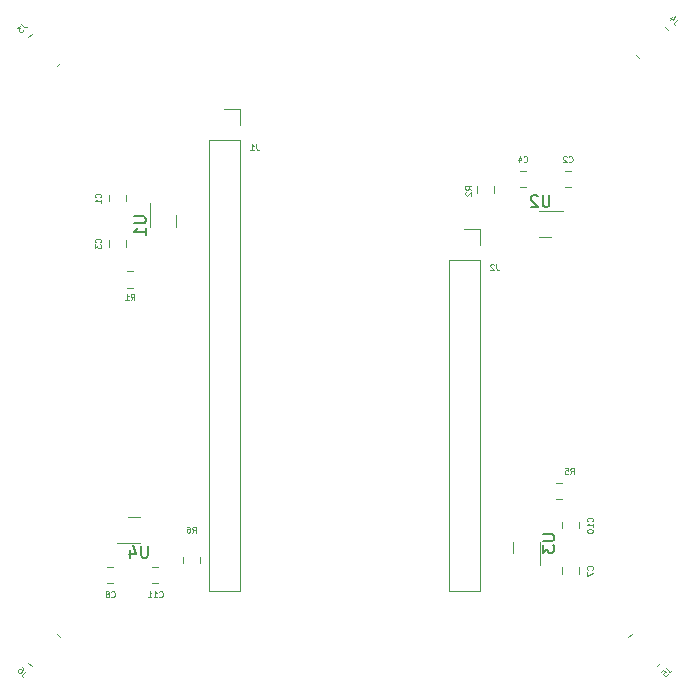
<source format=gbr>
G04 #@! TF.GenerationSoftware,KiCad,Pcbnew,(5.1.5)-3*
G04 #@! TF.CreationDate,2019-12-26T08:27:47-08:00*
G04 #@! TF.ProjectId,featherwing_copter,66656174-6865-4727-9769-6e675f636f70,rev?*
G04 #@! TF.SameCoordinates,Original*
G04 #@! TF.FileFunction,Legend,Bot*
G04 #@! TF.FilePolarity,Positive*
%FSLAX46Y46*%
G04 Gerber Fmt 4.6, Leading zero omitted, Abs format (unit mm)*
G04 Created by KiCad (PCBNEW (5.1.5)-3) date 2019-12-26 08:27:47*
%MOMM*%
%LPD*%
G04 APERTURE LIST*
%ADD10C,0.120000*%
%ADD11C,0.150000*%
%ADD12C,0.076200*%
G04 APERTURE END LIST*
D10*
X133120000Y-92560000D02*
X135120000Y-92560000D01*
X135120000Y-90320000D02*
X134120000Y-90320000D01*
X168955000Y-94425000D02*
X168955000Y-92425000D01*
X166715000Y-92425000D02*
X166715000Y-93425000D01*
X170879000Y-64412000D02*
X168879000Y-64412000D01*
X168879000Y-66652000D02*
X169879000Y-66652000D01*
X135913000Y-63778000D02*
X135913000Y-65778000D01*
X138153000Y-65778000D02*
X138153000Y-64778000D01*
X140156000Y-93709748D02*
X140156000Y-94232252D01*
X138736000Y-93709748D02*
X138736000Y-94232252D01*
X170308748Y-87428000D02*
X170831252Y-87428000D01*
X170308748Y-88848000D02*
X170831252Y-88848000D01*
X163628000Y-62881252D02*
X163628000Y-62358748D01*
X165048000Y-62881252D02*
X165048000Y-62358748D01*
X134509252Y-70941000D02*
X133986748Y-70941000D01*
X134509252Y-69521000D02*
X133986748Y-69521000D01*
X128079764Y-100261459D02*
X128338541Y-100520236D01*
X125661459Y-102679764D02*
X125920236Y-102938541D01*
X176461459Y-100520236D02*
X176720236Y-100261459D01*
X178879764Y-102938541D02*
X179138541Y-102679764D01*
X177355236Y-51503541D02*
X177096459Y-51244764D01*
X179773541Y-49085236D02*
X179514764Y-48826459D01*
X128338541Y-51879764D02*
X128079764Y-52138541D01*
X125920236Y-49461459D02*
X125661459Y-49720236D01*
X136145748Y-94540000D02*
X136668252Y-94540000D01*
X136145748Y-95960000D02*
X136668252Y-95960000D01*
X170867000Y-91311252D02*
X170867000Y-90788748D01*
X172287000Y-91311252D02*
X172287000Y-90788748D01*
X132326748Y-94540000D02*
X132849252Y-94540000D01*
X132326748Y-95960000D02*
X132849252Y-95960000D01*
X170867000Y-95139252D02*
X170867000Y-94616748D01*
X172287000Y-95139252D02*
X172287000Y-94616748D01*
X167765252Y-62432000D02*
X167242748Y-62432000D01*
X167765252Y-61012000D02*
X167242748Y-61012000D01*
X133933000Y-66921748D02*
X133933000Y-67444252D01*
X132513000Y-66921748D02*
X132513000Y-67444252D01*
X171593252Y-62432000D02*
X171070748Y-62432000D01*
X171593252Y-61012000D02*
X171070748Y-61012000D01*
X133933000Y-63102748D02*
X133933000Y-63625252D01*
X132513000Y-63102748D02*
X132513000Y-63625252D01*
X163890000Y-65980000D02*
X162560000Y-65980000D01*
X163890000Y-67310000D02*
X163890000Y-65980000D01*
X163890000Y-68580000D02*
X161230000Y-68580000D01*
X161230000Y-68580000D02*
X161230000Y-96580000D01*
X163890000Y-68580000D02*
X163890000Y-96580000D01*
X163890000Y-96580000D02*
X161230000Y-96580000D01*
X143570000Y-55820000D02*
X142240000Y-55820000D01*
X143570000Y-57150000D02*
X143570000Y-55820000D01*
X143570000Y-58420000D02*
X140910000Y-58420000D01*
X140910000Y-58420000D02*
X140910000Y-96580000D01*
X143570000Y-58420000D02*
X143570000Y-96580000D01*
X143570000Y-96580000D02*
X140910000Y-96580000D01*
D11*
X135761904Y-92792380D02*
X135761904Y-93601904D01*
X135714285Y-93697142D01*
X135666666Y-93744761D01*
X135571428Y-93792380D01*
X135380952Y-93792380D01*
X135285714Y-93744761D01*
X135238095Y-93697142D01*
X135190476Y-93601904D01*
X135190476Y-92792380D01*
X134285714Y-93125714D02*
X134285714Y-93792380D01*
X134523809Y-92744761D02*
X134761904Y-93459047D01*
X134142857Y-93459047D01*
X169187380Y-91783095D02*
X169996904Y-91783095D01*
X170092142Y-91830714D01*
X170139761Y-91878333D01*
X170187380Y-91973571D01*
X170187380Y-92164047D01*
X170139761Y-92259285D01*
X170092142Y-92306904D01*
X169996904Y-92354523D01*
X169187380Y-92354523D01*
X169187380Y-92735476D02*
X169187380Y-93354523D01*
X169568333Y-93021190D01*
X169568333Y-93164047D01*
X169615952Y-93259285D01*
X169663571Y-93306904D01*
X169758809Y-93354523D01*
X169996904Y-93354523D01*
X170092142Y-93306904D01*
X170139761Y-93259285D01*
X170187380Y-93164047D01*
X170187380Y-92878333D01*
X170139761Y-92783095D01*
X170092142Y-92735476D01*
X169760904Y-63084380D02*
X169760904Y-63893904D01*
X169713285Y-63989142D01*
X169665666Y-64036761D01*
X169570428Y-64084380D01*
X169379952Y-64084380D01*
X169284714Y-64036761D01*
X169237095Y-63989142D01*
X169189476Y-63893904D01*
X169189476Y-63084380D01*
X168760904Y-63179619D02*
X168713285Y-63132000D01*
X168618047Y-63084380D01*
X168379952Y-63084380D01*
X168284714Y-63132000D01*
X168237095Y-63179619D01*
X168189476Y-63274857D01*
X168189476Y-63370095D01*
X168237095Y-63512952D01*
X168808523Y-64084380D01*
X168189476Y-64084380D01*
X134585380Y-64896095D02*
X135394904Y-64896095D01*
X135490142Y-64943714D01*
X135537761Y-64991333D01*
X135585380Y-65086571D01*
X135585380Y-65277047D01*
X135537761Y-65372285D01*
X135490142Y-65419904D01*
X135394904Y-65467523D01*
X134585380Y-65467523D01*
X135585380Y-66467523D02*
X135585380Y-65896095D01*
X135585380Y-66181809D02*
X134585380Y-66181809D01*
X134728238Y-66086571D01*
X134823476Y-65991333D01*
X134871095Y-65896095D01*
D12*
X139530666Y-91669809D02*
X139700000Y-91427904D01*
X139820952Y-91669809D02*
X139820952Y-91161809D01*
X139627428Y-91161809D01*
X139579047Y-91186000D01*
X139554857Y-91210190D01*
X139530666Y-91258571D01*
X139530666Y-91331142D01*
X139554857Y-91379523D01*
X139579047Y-91403714D01*
X139627428Y-91427904D01*
X139820952Y-91427904D01*
X139095238Y-91161809D02*
X139192000Y-91161809D01*
X139240380Y-91186000D01*
X139264571Y-91210190D01*
X139312952Y-91282761D01*
X139337142Y-91379523D01*
X139337142Y-91573047D01*
X139312952Y-91621428D01*
X139288761Y-91645619D01*
X139240380Y-91669809D01*
X139143619Y-91669809D01*
X139095238Y-91645619D01*
X139071047Y-91621428D01*
X139046857Y-91573047D01*
X139046857Y-91452095D01*
X139071047Y-91403714D01*
X139095238Y-91379523D01*
X139143619Y-91355333D01*
X139240380Y-91355333D01*
X139288761Y-91379523D01*
X139312952Y-91403714D01*
X139337142Y-91452095D01*
X171534666Y-86716809D02*
X171704000Y-86474904D01*
X171824952Y-86716809D02*
X171824952Y-86208809D01*
X171631428Y-86208809D01*
X171583047Y-86233000D01*
X171558857Y-86257190D01*
X171534666Y-86305571D01*
X171534666Y-86378142D01*
X171558857Y-86426523D01*
X171583047Y-86450714D01*
X171631428Y-86474904D01*
X171824952Y-86474904D01*
X171075047Y-86208809D02*
X171316952Y-86208809D01*
X171341142Y-86450714D01*
X171316952Y-86426523D01*
X171268571Y-86402333D01*
X171147619Y-86402333D01*
X171099238Y-86426523D01*
X171075047Y-86450714D01*
X171050857Y-86499095D01*
X171050857Y-86620047D01*
X171075047Y-86668428D01*
X171099238Y-86692619D01*
X171147619Y-86716809D01*
X171268571Y-86716809D01*
X171316952Y-86692619D01*
X171341142Y-86668428D01*
X163170809Y-62653333D02*
X162928904Y-62484000D01*
X163170809Y-62363047D02*
X162662809Y-62363047D01*
X162662809Y-62556571D01*
X162687000Y-62604952D01*
X162711190Y-62629142D01*
X162759571Y-62653333D01*
X162832142Y-62653333D01*
X162880523Y-62629142D01*
X162904714Y-62604952D01*
X162928904Y-62556571D01*
X162928904Y-62363047D01*
X162711190Y-62846857D02*
X162687000Y-62871047D01*
X162662809Y-62919428D01*
X162662809Y-63040380D01*
X162687000Y-63088761D01*
X162711190Y-63112952D01*
X162759571Y-63137142D01*
X162807952Y-63137142D01*
X162880523Y-63112952D01*
X163170809Y-62822666D01*
X163170809Y-63137142D01*
X134332666Y-71984809D02*
X134502000Y-71742904D01*
X134622952Y-71984809D02*
X134622952Y-71476809D01*
X134429428Y-71476809D01*
X134381047Y-71501000D01*
X134356857Y-71525190D01*
X134332666Y-71573571D01*
X134332666Y-71646142D01*
X134356857Y-71694523D01*
X134381047Y-71718714D01*
X134429428Y-71742904D01*
X134622952Y-71742904D01*
X133848857Y-71984809D02*
X134139142Y-71984809D01*
X133994000Y-71984809D02*
X133994000Y-71476809D01*
X134042380Y-71549380D01*
X134090761Y-71597761D01*
X134139142Y-71621952D01*
X125442614Y-103396859D02*
X125186035Y-103653438D01*
X125151824Y-103721859D01*
X125151824Y-103790280D01*
X125186035Y-103858701D01*
X125220245Y-103892911D01*
X125117614Y-103071859D02*
X125186035Y-103140280D01*
X125203140Y-103191596D01*
X125203140Y-103225806D01*
X125186035Y-103311333D01*
X125134719Y-103396859D01*
X124997877Y-103533701D01*
X124946561Y-103550806D01*
X124912351Y-103550806D01*
X124861035Y-103533701D01*
X124792614Y-103465280D01*
X124775509Y-103413964D01*
X124775509Y-103379754D01*
X124792614Y-103328438D01*
X124878140Y-103242912D01*
X124929456Y-103225806D01*
X124963667Y-103225806D01*
X125014982Y-103242912D01*
X125083403Y-103311333D01*
X125100509Y-103362648D01*
X125100509Y-103396859D01*
X125083403Y-103448175D01*
X179596859Y-103157385D02*
X179853438Y-103413964D01*
X179921859Y-103448175D01*
X179990280Y-103448175D01*
X180058701Y-103413964D01*
X180092911Y-103379754D01*
X179254754Y-103499490D02*
X179425806Y-103328438D01*
X179613964Y-103482385D01*
X179579754Y-103482385D01*
X179528438Y-103499490D01*
X179442912Y-103585017D01*
X179425806Y-103636332D01*
X179425806Y-103670543D01*
X179442912Y-103721859D01*
X179528438Y-103807385D01*
X179579754Y-103824490D01*
X179613964Y-103824490D01*
X179665280Y-103807385D01*
X179750806Y-103721859D01*
X179767911Y-103670543D01*
X179767911Y-103636332D01*
X180625280Y-48214193D02*
X180368701Y-48470772D01*
X180334490Y-48539193D01*
X180334490Y-48607614D01*
X180368701Y-48676035D01*
X180402911Y-48710245D01*
X180180543Y-48008930D02*
X179941070Y-48248403D01*
X180402911Y-47957614D02*
X180231859Y-48299719D01*
X180009491Y-48077351D01*
X125049193Y-48609719D02*
X125305772Y-48866298D01*
X125374193Y-48900509D01*
X125442614Y-48900509D01*
X125511035Y-48866298D01*
X125545245Y-48832088D01*
X124912351Y-48746561D02*
X124689983Y-48968930D01*
X124946561Y-48986035D01*
X124895246Y-49037351D01*
X124878140Y-49088666D01*
X124878140Y-49122877D01*
X124895246Y-49174193D01*
X124980772Y-49259719D01*
X125032088Y-49276824D01*
X125066298Y-49276824D01*
X125117614Y-49259719D01*
X125220245Y-49157087D01*
X125237351Y-49105772D01*
X125237351Y-49071561D01*
X136733571Y-97081428D02*
X136757761Y-97105619D01*
X136830333Y-97129809D01*
X136878714Y-97129809D01*
X136951285Y-97105619D01*
X136999666Y-97057238D01*
X137023857Y-97008857D01*
X137048047Y-96912095D01*
X137048047Y-96839523D01*
X137023857Y-96742761D01*
X136999666Y-96694380D01*
X136951285Y-96646000D01*
X136878714Y-96621809D01*
X136830333Y-96621809D01*
X136757761Y-96646000D01*
X136733571Y-96670190D01*
X136249761Y-97129809D02*
X136540047Y-97129809D01*
X136394904Y-97129809D02*
X136394904Y-96621809D01*
X136443285Y-96694380D01*
X136491666Y-96742761D01*
X136540047Y-96766952D01*
X135765952Y-97129809D02*
X136056238Y-97129809D01*
X135911095Y-97129809D02*
X135911095Y-96621809D01*
X135959476Y-96694380D01*
X136007857Y-96742761D01*
X136056238Y-96766952D01*
X173408428Y-90723428D02*
X173432619Y-90699238D01*
X173456809Y-90626666D01*
X173456809Y-90578285D01*
X173432619Y-90505714D01*
X173384238Y-90457333D01*
X173335857Y-90433142D01*
X173239095Y-90408952D01*
X173166523Y-90408952D01*
X173069761Y-90433142D01*
X173021380Y-90457333D01*
X172973000Y-90505714D01*
X172948809Y-90578285D01*
X172948809Y-90626666D01*
X172973000Y-90699238D01*
X172997190Y-90723428D01*
X173456809Y-91207238D02*
X173456809Y-90916952D01*
X173456809Y-91062095D02*
X172948809Y-91062095D01*
X173021380Y-91013714D01*
X173069761Y-90965333D01*
X173093952Y-90916952D01*
X172948809Y-91521714D02*
X172948809Y-91570095D01*
X172973000Y-91618476D01*
X172997190Y-91642666D01*
X173045571Y-91666857D01*
X173142333Y-91691047D01*
X173263285Y-91691047D01*
X173360047Y-91666857D01*
X173408428Y-91642666D01*
X173432619Y-91618476D01*
X173456809Y-91570095D01*
X173456809Y-91521714D01*
X173432619Y-91473333D01*
X173408428Y-91449142D01*
X173360047Y-91424952D01*
X173263285Y-91400761D01*
X173142333Y-91400761D01*
X173045571Y-91424952D01*
X172997190Y-91449142D01*
X172973000Y-91473333D01*
X172948809Y-91521714D01*
X132672666Y-97081428D02*
X132696857Y-97105619D01*
X132769428Y-97129809D01*
X132817809Y-97129809D01*
X132890380Y-97105619D01*
X132938761Y-97057238D01*
X132962952Y-97008857D01*
X132987142Y-96912095D01*
X132987142Y-96839523D01*
X132962952Y-96742761D01*
X132938761Y-96694380D01*
X132890380Y-96646000D01*
X132817809Y-96621809D01*
X132769428Y-96621809D01*
X132696857Y-96646000D01*
X132672666Y-96670190D01*
X132382380Y-96839523D02*
X132430761Y-96815333D01*
X132454952Y-96791142D01*
X132479142Y-96742761D01*
X132479142Y-96718571D01*
X132454952Y-96670190D01*
X132430761Y-96646000D01*
X132382380Y-96621809D01*
X132285619Y-96621809D01*
X132237238Y-96646000D01*
X132213047Y-96670190D01*
X132188857Y-96718571D01*
X132188857Y-96742761D01*
X132213047Y-96791142D01*
X132237238Y-96815333D01*
X132285619Y-96839523D01*
X132382380Y-96839523D01*
X132430761Y-96863714D01*
X132454952Y-96887904D01*
X132479142Y-96936285D01*
X132479142Y-97033047D01*
X132454952Y-97081428D01*
X132430761Y-97105619D01*
X132382380Y-97129809D01*
X132285619Y-97129809D01*
X132237238Y-97105619D01*
X132213047Y-97081428D01*
X132188857Y-97033047D01*
X132188857Y-96936285D01*
X132213047Y-96887904D01*
X132237238Y-96863714D01*
X132285619Y-96839523D01*
X173408428Y-94793333D02*
X173432619Y-94769142D01*
X173456809Y-94696571D01*
X173456809Y-94648190D01*
X173432619Y-94575619D01*
X173384238Y-94527238D01*
X173335857Y-94503047D01*
X173239095Y-94478857D01*
X173166523Y-94478857D01*
X173069761Y-94503047D01*
X173021380Y-94527238D01*
X172973000Y-94575619D01*
X172948809Y-94648190D01*
X172948809Y-94696571D01*
X172973000Y-94769142D01*
X172997190Y-94793333D01*
X172948809Y-94962666D02*
X172948809Y-95301333D01*
X173456809Y-95083619D01*
X167588666Y-60253428D02*
X167612857Y-60277619D01*
X167685428Y-60301809D01*
X167733809Y-60301809D01*
X167806380Y-60277619D01*
X167854761Y-60229238D01*
X167878952Y-60180857D01*
X167903142Y-60084095D01*
X167903142Y-60011523D01*
X167878952Y-59914761D01*
X167854761Y-59866380D01*
X167806380Y-59818000D01*
X167733809Y-59793809D01*
X167685428Y-59793809D01*
X167612857Y-59818000D01*
X167588666Y-59842190D01*
X167153238Y-59963142D02*
X167153238Y-60301809D01*
X167274190Y-59769619D02*
X167395142Y-60132476D01*
X167080666Y-60132476D01*
X131754428Y-67098333D02*
X131778619Y-67074142D01*
X131802809Y-67001571D01*
X131802809Y-66953190D01*
X131778619Y-66880619D01*
X131730238Y-66832238D01*
X131681857Y-66808047D01*
X131585095Y-66783857D01*
X131512523Y-66783857D01*
X131415761Y-66808047D01*
X131367380Y-66832238D01*
X131319000Y-66880619D01*
X131294809Y-66953190D01*
X131294809Y-67001571D01*
X131319000Y-67074142D01*
X131343190Y-67098333D01*
X131294809Y-67267666D02*
X131294809Y-67582142D01*
X131488333Y-67412809D01*
X131488333Y-67485380D01*
X131512523Y-67533761D01*
X131536714Y-67557952D01*
X131585095Y-67582142D01*
X131706047Y-67582142D01*
X131754428Y-67557952D01*
X131778619Y-67533761D01*
X131802809Y-67485380D01*
X131802809Y-67340238D01*
X131778619Y-67291857D01*
X131754428Y-67267666D01*
X171416666Y-60253428D02*
X171440857Y-60277619D01*
X171513428Y-60301809D01*
X171561809Y-60301809D01*
X171634380Y-60277619D01*
X171682761Y-60229238D01*
X171706952Y-60180857D01*
X171731142Y-60084095D01*
X171731142Y-60011523D01*
X171706952Y-59914761D01*
X171682761Y-59866380D01*
X171634380Y-59818000D01*
X171561809Y-59793809D01*
X171513428Y-59793809D01*
X171440857Y-59818000D01*
X171416666Y-59842190D01*
X171223142Y-59842190D02*
X171198952Y-59818000D01*
X171150571Y-59793809D01*
X171029619Y-59793809D01*
X170981238Y-59818000D01*
X170957047Y-59842190D01*
X170932857Y-59890571D01*
X170932857Y-59938952D01*
X170957047Y-60011523D01*
X171247333Y-60301809D01*
X170932857Y-60301809D01*
X131754428Y-63279333D02*
X131778619Y-63255142D01*
X131802809Y-63182571D01*
X131802809Y-63134190D01*
X131778619Y-63061619D01*
X131730238Y-63013238D01*
X131681857Y-62989047D01*
X131585095Y-62964857D01*
X131512523Y-62964857D01*
X131415761Y-62989047D01*
X131367380Y-63013238D01*
X131319000Y-63061619D01*
X131294809Y-63134190D01*
X131294809Y-63182571D01*
X131319000Y-63255142D01*
X131343190Y-63279333D01*
X131802809Y-63763142D02*
X131802809Y-63472857D01*
X131802809Y-63618000D02*
X131294809Y-63618000D01*
X131367380Y-63569619D01*
X131415761Y-63521238D01*
X131439952Y-63472857D01*
X165269333Y-68936809D02*
X165269333Y-69299666D01*
X165293523Y-69372238D01*
X165341904Y-69420619D01*
X165414476Y-69444809D01*
X165462857Y-69444809D01*
X165051619Y-68985190D02*
X165027428Y-68961000D01*
X164979047Y-68936809D01*
X164858095Y-68936809D01*
X164809714Y-68961000D01*
X164785523Y-68985190D01*
X164761333Y-69033571D01*
X164761333Y-69081952D01*
X164785523Y-69154523D01*
X165075809Y-69444809D01*
X164761333Y-69444809D01*
X144949333Y-58776809D02*
X144949333Y-59139666D01*
X144973523Y-59212238D01*
X145021904Y-59260619D01*
X145094476Y-59284809D01*
X145142857Y-59284809D01*
X144441333Y-59284809D02*
X144731619Y-59284809D01*
X144586476Y-59284809D02*
X144586476Y-58776809D01*
X144634857Y-58849380D01*
X144683238Y-58897761D01*
X144731619Y-58921952D01*
M02*

</source>
